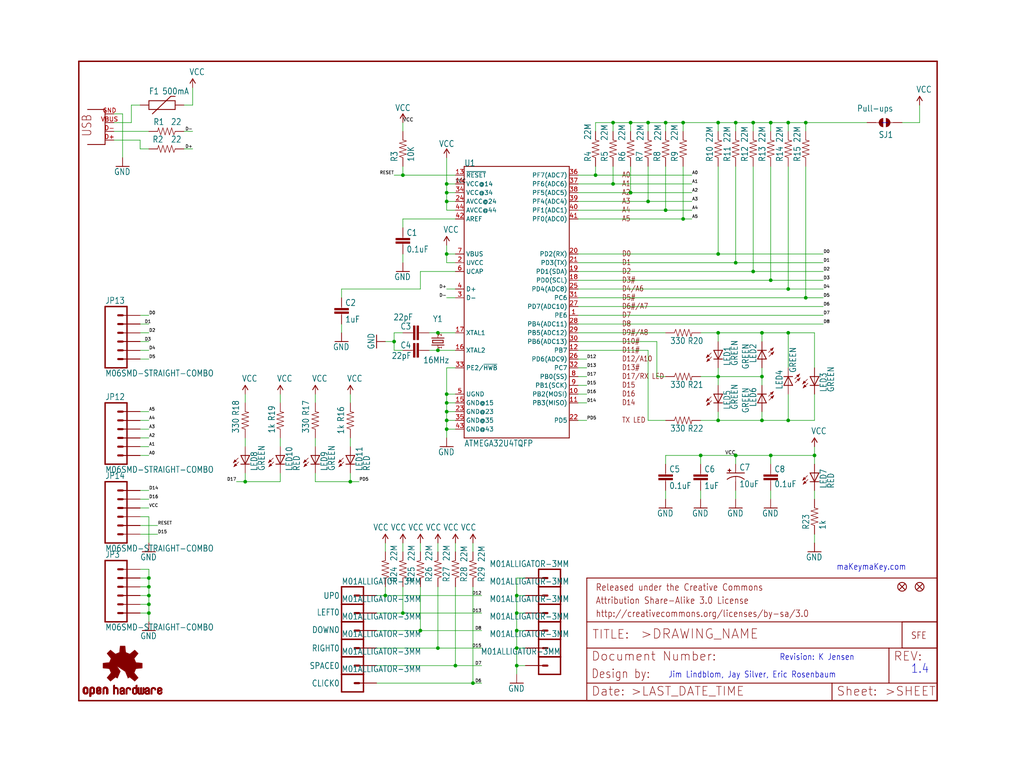
<source format=kicad_sch>
(kicad_sch (version 20211123) (generator eeschema)
  (paper "User" 297.002 223.926)
  (lib_symbols
    (symbol "eagleSchem-eagle-import:3.3V" (power)
      (property "Value" "3.3V" (at -1.016 3.556 0))
      (symbol "3.3V_1_0"
        (pin power_in line (at 0 0 90) (length 2.54) (name "3.3V") (number "1"))
      )
    )
    (symbol "eagleSchem-eagle-import:ATMEGA32U4TQFP"
      (property "Value" "ATMEGA32U4TQFP" (at -15.24 -43.18 0))
      (symbol "ATMEGA32U4TQFP_1_0"
        (text "A0" (at 30.48 34.798 0) (effects (font (size 1.524 1.2954)) (justify left bottom)))
        (text "A1" (at 30.48 32.258 0) (effects (font (size 1.524 1.2954)) (justify left bottom)))
        (text "A2" (at 30.48 29.718 0) (effects (font (size 1.524 1.2954)) (justify left bottom)))
        (text "A3" (at 30.48 27.178 0) (effects (font (size 1.524 1.2954)) (justify left bottom)))
        (text "A4" (at 30.48 24.638 0) (effects (font (size 1.524 1.2954)) (justify left bottom)))
        (text "A5" (at 30.48 22.098 0) (effects (font (size 1.524 1.2954)) (justify left bottom)))
        (text "D0" (at 30.48 11.938 0) (effects (font (size 1.524 1.2954)) (justify left bottom)))
        (text "D1" (at 30.48 9.398 0) (effects (font (size 1.524 1.2954)) (justify left bottom)))
        (text "D10#" (at 30.48 -13.462 0) (effects (font (size 1.524 1.2954)) (justify left bottom)))
        (text "D11#" (at 30.48 -16.002 0) (effects (font (size 1.524 1.2954)) (justify left bottom)))
        (text "D12/A10" (at 30.48 -18.542 0) (effects (font (size 1.524 1.2954)) (justify left bottom)))
        (text "D13#" (at 30.48 -21.082 0) (effects (font (size 1.524 1.2954)) (justify left bottom)))
        (text "D14" (at 30.48 -31.242 0) (effects (font (size 1.524 1.2954)) (justify left bottom)))
        (text "D15" (at 30.48 -26.162 0) (effects (font (size 1.524 1.2954)) (justify left bottom)))
        (text "D16" (at 30.48 -28.702 0) (effects (font (size 1.524 1.2954)) (justify left bottom)))
        (text "D17/RX LED" (at 30.48 -23.622 0) (effects (font (size 1.524 1.2954)) (justify left bottom)))
        (text "D2" (at 30.48 6.858 0) (effects (font (size 1.524 1.2954)) (justify left bottom)))
        (text "D3#" (at 30.48 4.318 0) (effects (font (size 1.524 1.2954)) (justify left bottom)))
        (text "D4/A6" (at 30.48 1.778 0) (effects (font (size 1.524 1.2954)) (justify left bottom)))
        (text "D5#" (at 30.48 -0.762 0) (effects (font (size 1.524 1.2954)) (justify left bottom)))
        (text "D6#/A7" (at 30.48 -3.302 0) (effects (font (size 1.524 1.2954)) (justify left bottom)))
        (text "D7" (at 30.48 -5.842 0) (effects (font (size 1.524 1.2954)) (justify left bottom)))
        (text "D8" (at 30.48 -8.382 0) (effects (font (size 1.524 1.2954)) (justify left bottom)))
        (text "D9#/A8" (at 30.48 -10.922 0) (effects (font (size 1.524 1.2954)) (justify left bottom)))
        (text "TX LED" (at 30.48 -36.322 0) (effects (font (size 1.524 1.2954)) (justify left bottom)))
        (pin bidirectional line (at 17.78 -5.08 180) (length 2.54) (name "PE6") (number "1"))
        (pin bidirectional line (at 17.78 -27.94 180) (length 2.54) (name "PB2(MOSI)") (number "10"))
        (pin bidirectional line (at 17.78 -30.48 180) (length 2.54) (name "PB3(MISO)") (number "11"))
        (pin bidirectional line (at 17.78 -15.24 180) (length 2.54) (name "PB7") (number "12"))
        (pin bidirectional line (at -17.78 35.56 0) (length 2.54) (name "~{RESET}") (number "13"))
        (pin bidirectional line (at -17.78 33.02 0) (length 2.54) (name "VCC@14") (number "14"))
        (pin bidirectional line (at -17.78 -30.48 0) (length 2.54) (name "GND@15") (number "15"))
        (pin bidirectional line (at -17.78 -15.24 0) (length 2.54) (name "XTAL2") (number "16"))
        (pin bidirectional line (at -17.78 -10.16 0) (length 2.54) (name "XTAL1") (number "17"))
        (pin bidirectional line (at 17.78 5.08 180) (length 2.54) (name "PD0(SCL)") (number "18"))
        (pin bidirectional line (at 17.78 7.62 180) (length 2.54) (name "PD1(SDA)") (number "19"))
        (pin bidirectional line (at -17.78 10.16 0) (length 2.54) (name "UVCC") (number "2"))
        (pin bidirectional line (at 17.78 12.7 180) (length 2.54) (name "PD2(RX)") (number "20"))
        (pin bidirectional line (at 17.78 10.16 180) (length 2.54) (name "PD3(TX)") (number "21"))
        (pin bidirectional line (at 17.78 -35.56 180) (length 2.54) (name "PD5") (number "22"))
        (pin bidirectional line (at -17.78 -33.02 0) (length 2.54) (name "GND@23") (number "23"))
        (pin bidirectional line (at -17.78 27.94 0) (length 2.54) (name "AVCC@24") (number "24"))
        (pin bidirectional line (at 17.78 2.54 180) (length 2.54) (name "PD4(ADC8)") (number "25"))
        (pin bidirectional line (at 17.78 -17.78 180) (length 2.54) (name "PD6(ADC9)") (number "26"))
        (pin bidirectional line (at 17.78 -2.54 180) (length 2.54) (name "PD7(ADC10)") (number "27"))
        (pin bidirectional line (at 17.78 -7.62 180) (length 2.54) (name "PB4(ADC11)") (number "28"))
        (pin bidirectional line (at 17.78 -10.16 180) (length 2.54) (name "PB5(ADC12)") (number "29"))
        (pin bidirectional line (at -17.78 0 0) (length 2.54) (name "D-") (number "3"))
        (pin bidirectional line (at 17.78 -12.7 180) (length 2.54) (name "PB6(ADC13)") (number "30"))
        (pin bidirectional line (at 17.78 0 180) (length 2.54) (name "PC6") (number "31"))
        (pin bidirectional line (at 17.78 -20.32 180) (length 2.54) (name "PC7") (number "32"))
        (pin bidirectional line (at -17.78 -20.32 0) (length 2.54) (name "PE2/~{HWB}") (number "33"))
        (pin bidirectional line (at -17.78 30.48 0) (length 2.54) (name "VCC@34") (number "34"))
        (pin bidirectional line (at -17.78 -35.56 0) (length 2.54) (name "GND@35") (number "35"))
        (pin bidirectional line (at 17.78 35.56 180) (length 2.54) (name "PF7(ADC7)") (number "36"))
        (pin bidirectional line (at 17.78 33.02 180) (length 2.54) (name "PF6(ADC6)") (number "37"))
        (pin bidirectional line (at 17.78 30.48 180) (length 2.54) (name "PF5(ADC5)") (number "38"))
        (pin bidirectional line (at 17.78 27.94 180) (length 2.54) (name "PF4(ADC4)") (number "39"))
        (pin bidirectional line (at -17.78 2.54 0) (length 2.54) (name "D+") (number "4"))
        (pin bidirectional line (at 17.78 25.4 180) (length 2.54) (name "PF1(ADC1)") (number "40"))
        (pin bidirectional line (at 17.78 22.86 180) (length 2.54) (name "PF0(ADC0)") (number "41"))
        (pin bidirectional line (at -17.78 22.86 0) (length 2.54) (name "AREF") (number "42"))
        (pin bidirectional line (at -17.78 -38.1 0) (length 2.54) (name "GND@43") (number "43"))
        (pin bidirectional line (at -17.78 25.4 0) (length 2.54) (name "AVCC@44") (number "44"))
        (pin bidirectional line (at -17.78 -27.94 0) (length 2.54) (name "UGND") (number "5"))
        (pin bidirectional line (at -17.78 7.62 0) (length 2.54) (name "UCAP") (number "6"))
        (pin bidirectional line (at -17.78 12.7 0) (length 2.54) (name "VBUS") (number "7"))
        (pin bidirectional line (at 17.78 -22.86 180) (length 2.54) (name "PB0(SS)") (number "8"))
        (pin bidirectional line (at 17.78 -25.4 180) (length 2.54) (name "PB1(SCK)") (number "9"))
      )
    )
    (symbol "eagleSchem-eagle-import:CAP0603-CAP"
      (property "Reference" "C" (at 1.524 2.921 0))
      (property "Value" "CAP0603-CAP" (at 1.524 -2.159 0))
      (symbol "CAP0603-CAP_1_0"
        (pin passive line (at 0 5.08 270) (length 2.54) (name "1") (number "1"))
        (pin passive line (at 0 -2.54 90) (length 2.54) (name "2") (number "2"))
      )
    )
    (symbol "eagleSchem-eagle-import:CAP_POL1206"
      (property "Reference" "C" (at 1.016 0.635 0))
      (property "Value" "CAP_POL1206" (at 1.016 -4.191 0))
      (symbol "CAP_POL1206_1_0"
        (pin passive line (at 0 2.54 270) (length 2.54) (name "+") (number "A"))
        (pin passive line (at 0 -5.08 90) (length 2.54) (name "-") (number "C"))
      )
    )
    (symbol "eagleSchem-eagle-import:CRYSTAL5X3"
      (property "Reference" "Y" (at 2.54 1.016 0))
      (property "Value" "CRYSTAL5X3" (at 2.54 -2.54 0))
      (symbol "CRYSTAL5X3_1_0"
        (text "1" (at -2.159 -1.143 0) (effects (font (size 0.8636 0.734)) (justify left bottom)))
        (text "2" (at 1.524 -1.143 0) (effects (font (size 0.8636 0.734)) (justify left bottom)))
        (pin passive line (at -2.54 0 0) (length 0) (name "1") (number "1"))
        (pin passive line (at 2.54 0 180) (length 0) (name "2") (number "3"))
      )
    )
    (symbol "eagleSchem-eagle-import:FIDUCIALUFIDUCIAL")
    (symbol "eagleSchem-eagle-import:FRAME-LETTER"
      (symbol "FRAME-LETTER_2_0"
        (text ">DRAWING_NAME" (at 15.494 17.78 0) (effects (font (size 2.7432 2.7432)) (justify left bottom)))
        (text ">LAST_DATE_TIME" (at 12.7 1.27 0) (effects (font (size 2.54 2.54)) (justify left bottom)))
        (text ">SHEET" (at 86.36 1.27 0) (effects (font (size 2.54 2.54)) (justify left bottom)))
        (text "Attribution Share-Alike 3.0 License" (at 2.54 27.94 0) (effects (font (size 1.9304 1.6408)) (justify left bottom)))
        (text "Date:" (at 1.27 1.27 0) (effects (font (size 2.54 2.54)) (justify left bottom)))
        (text "Design by:" (at 1.27 6.35 0) (effects (font (size 2.54 2.159)) (justify left bottom)))
        (text "Document Number:" (at 1.27 11.43 0) (effects (font (size 2.54 2.54)) (justify left bottom)))
        (text "http://creativecommons.org/licenses/by-sa/3.0" (at 2.54 24.13 0) (effects (font (size 1.9304 1.6408)) (justify left bottom)))
        (text "Released under the Creative Commons" (at 2.54 31.75 0) (effects (font (size 1.9304 1.6408)) (justify left bottom)))
        (text "REV:" (at 88.9 11.43 0) (effects (font (size 2.54 2.54)) (justify left bottom)))
        (text "Sheet:" (at 72.39 1.27 0) (effects (font (size 2.54 2.54)) (justify left bottom)))
        (text "TITLE:" (at 1.524 17.78 0) (effects (font (size 2.54 2.54)) (justify left bottom)))
      )
    )
    (symbol "eagleSchem-eagle-import:GND" (power)
      (property "Value" "GND" (at -2.54 -2.54 0))
      (symbol "GND_1_0"
        (pin power_in line (at 0 2.54 270) (length 2.54) (name "GND") (number "1"))
      )
    )
    (symbol "eagleSchem-eagle-import:LED0603"
      (property "Reference" "LED" (at 3.556 -4.572 90))
      (property "Value" "LED0603" (at 5.715 -4.572 90))
      (symbol "LED0603_1_0"
        (pin passive line (at 0 2.54 270) (length 2.54) (name "A") (number "A"))
        (pin passive line (at 0 -5.08 90) (length 2.54) (name "C") (number "C"))
      )
    )
    (symbol "eagleSchem-eagle-import:LED1206-BOTTOM"
      (property "Reference" "LED" (at 3.556 -4.572 90))
      (property "Value" "LED1206-BOTTOM" (at 5.715 -4.572 90))
      (symbol "LED1206-BOTTOM_1_0"
        (pin passive line (at 0 2.54 270) (length 2.54) (name "A") (number "A"))
        (pin passive line (at 0 -5.08 90) (length 2.54) (name "C") (number "C"))
      )
    )
    (symbol "eagleSchem-eagle-import:LOGO-SFENEW"
      (symbol "LOGO-SFENEW_1_0"
        (text "SFE" (at 0 0 0) (effects (font (size 1.9304 1.6408)) (justify left bottom)))
      )
    )
    (symbol "eagleSchem-eagle-import:M01ALLIGATOR-3MM"
      (property "Reference" "JP" (at -2.54 3.302 0))
      (property "Value" "M01ALLIGATOR-3MM" (at -2.54 -5.08 0))
      (symbol "M01ALLIGATOR-3MM_1_0"
        (pin passive line (at 7.62 0 180) (length 5.08) (name "1") (number "1@0"))
        (pin passive line (at 7.62 0 180) (length 5.08) (name "1") (number "1@2"))
      )
    )
    (symbol "eagleSchem-eagle-import:M06SMD-STRAIGHT-COMBO"
      (property "Reference" "JP" (at -5.08 10.922 0))
      (property "Value" "M06SMD-STRAIGHT-COMBO" (at -5.08 -10.16 0))
      (symbol "M06SMD-STRAIGHT-COMBO_1_0"
        (pin passive line (at 5.08 -5.08 180) (length 5.08) (name "1") (number "1"))
        (pin passive line (at 5.08 -5.08 180) (length 5.08) (name "1") (number "1-2"))
        (pin passive line (at 5.08 -2.54 180) (length 5.08) (name "2") (number "2"))
        (pin passive line (at 5.08 -2.54 180) (length 5.08) (name "2") (number "2-2"))
        (pin passive line (at 5.08 0 180) (length 5.08) (name "3") (number "3"))
        (pin passive line (at 5.08 0 180) (length 5.08) (name "3") (number "3-2"))
        (pin passive line (at 5.08 2.54 180) (length 5.08) (name "4") (number "4"))
        (pin passive line (at 5.08 2.54 180) (length 5.08) (name "4") (number "4-2"))
        (pin passive line (at 5.08 5.08 180) (length 5.08) (name "5") (number "5"))
        (pin passive line (at 5.08 5.08 180) (length 5.08) (name "5") (number "5-2"))
        (pin passive line (at 5.08 7.62 180) (length 5.08) (name "6") (number "6"))
        (pin passive line (at 5.08 7.62 180) (length 5.08) (name "6") (number "6-2"))
      )
    )
    (symbol "eagleSchem-eagle-import:OSHW-LOGOM")
    (symbol "eagleSchem-eagle-import:PTCSMD-W"
      (property "Reference" "F" (at -2.54 3.048 0))
      (property "Value" "PTCSMD-W" (at -3.302 -5.08 0))
      (symbol "PTCSMD-W_1_0"
        (pin bidirectional line (at -5.08 0 0) (length 2.54) (name "1") (number "1"))
        (pin bidirectional line (at 7.62 0 180) (length 2.54) (name "2") (number "2"))
      )
    )
    (symbol "eagleSchem-eagle-import:RESISTOR0603-RES"
      (property "Reference" "R" (at -3.81 1.4986 0))
      (property "Value" "RESISTOR0603-RES" (at -3.81 -3.302 0))
      (symbol "RESISTOR0603-RES_1_0"
        (pin passive line (at -5.08 0 0) (length 2.54) (name "1") (number "1"))
        (pin passive line (at 5.08 0 180) (length 2.54) (name "2") (number "2"))
      )
    )
    (symbol "eagleSchem-eagle-import:SOLDERJUMPER-OLDTRACE"
      (property "Reference" "SJ" (at -2.54 2.54 0))
      (property "Value" "SOLDERJUMPER-OLDTRACE" (at -2.54 -5.08 0))
      (symbol "SOLDERJUMPER-OLDTRACE_1_0"
        (pin passive line (at -5.08 0 0) (length 2.54) (name "1") (number "1"))
        (pin passive line (at 5.08 0 180) (length 2.54) (name "2") (number "2"))
      )
    )
    (symbol "eagleSchem-eagle-import:USBSMD"
      (symbol "USBSMD_1_0"
        (text "USB" (at 3.81 0 900) (effects (font (size 2.54 2.159)) (justify left bottom)))
        (pin bidirectional line (at -2.54 7.62 0) (length 2.54) (name "D+") (number "D+"))
        (pin bidirectional line (at -2.54 5.08 0) (length 2.54) (name "D-") (number "D-"))
        (pin bidirectional line (at -2.54 0 0) (length 2.54) (name "GND") (number "GND"))
        (pin bidirectional line (at -2.54 2.54 0) (length 2.54) (name "VBUS") (number "VBUS"))
      )
    )
    (symbol "eagleSchem-eagle-import:VCC" (power)
      (property "Value" "VCC" (at -1.016 3.556 0))
      (symbol "VCC_1_0"
        (pin power_in line (at 0 0 90) (length 2.54) (name "VCC") (number "1"))
      )
    )
  )
  (junction (at 187.96 35.56))
  (junction (at 177.8 53.34))
  (junction (at 43.18 177.8))
  (junction (at 187.96 58.42))
  (junction (at 43.18 170.18))
  (junction (at 149.86 193.04))
  (junction (at 228.6 121.92))
  (junction (at 182.88 55.88))
  (junction (at 223.52 35.56))
  (junction (at 228.6 96.52))
  (junction (at 137.16 198.12))
  (junction (at 116.84 50.8))
  (junction (at 203.2 132.08))
  (junction (at 213.36 35.56))
  (junction (at 149.86 172.72))
  (junction (at 101.6 139.7))
  (junction (at 43.18 172.72))
  (junction (at 129.54 121.92))
  (junction (at 182.88 35.56))
  (junction (at 129.54 114.3))
  (junction (at 114.3 99.06))
  (junction (at 236.22 132.08))
  (junction (at 127 187.96))
  (junction (at 129.54 53.34))
  (junction (at 218.44 35.56))
  (junction (at 43.18 167.64))
  (junction (at 127 101.6))
  (junction (at 177.8 35.56))
  (junction (at 129.54 116.84))
  (junction (at 193.04 60.96))
  (junction (at 132.08 193.04))
  (junction (at 233.68 86.36))
  (junction (at 149.86 177.8))
  (junction (at 220.98 96.52))
  (junction (at 127 96.52))
  (junction (at 172.72 50.8))
  (junction (at 129.54 55.88))
  (junction (at 208.28 109.22))
  (junction (at 228.6 35.56))
  (junction (at 129.54 124.46))
  (junction (at 213.36 76.2))
  (junction (at 208.28 96.52))
  (junction (at 129.54 119.38))
  (junction (at 228.6 83.82))
  (junction (at 208.28 35.56))
  (junction (at 43.18 175.26))
  (junction (at 129.54 58.42))
  (junction (at 198.12 63.5))
  (junction (at 71.12 139.7))
  (junction (at 111.76 172.72))
  (junction (at 233.68 35.56))
  (junction (at 218.44 78.74))
  (junction (at 220.98 109.22))
  (junction (at 121.92 182.88))
  (junction (at 213.36 132.08))
  (junction (at 208.28 73.66))
  (junction (at 223.52 132.08))
  (junction (at 116.84 177.8))
  (junction (at 149.86 182.88))
  (junction (at 198.12 35.56))
  (junction (at 193.04 35.56))
  (junction (at 220.98 121.92))
  (junction (at 223.52 81.28))
  (junction (at 149.86 187.96))
  (junction (at 129.54 73.66))
  (junction (at 208.28 121.92))
  (wire (pts (xy 187.96 101.6) (xy 187.96 121.92)))
  (wire (pts (xy 132.08 96.52) (xy 127 96.52)))
  (wire (pts (xy 129.54 73.66) (xy 129.54 71.12)))
  (wire (pts (xy 177.8 53.34) (xy 177.8 48.26)))
  (wire (pts (xy 228.6 106.68) (xy 228.6 96.52)))
  (wire (pts (xy 167.64 109.22) (xy 170.18 109.22)))
  (wire (pts (xy 228.6 114.3) (xy 228.6 121.92)))
  (wire (pts (xy 236.22 134.62) (xy 236.22 132.08)))
  (wire (pts (xy 220.98 99.06) (xy 220.98 96.52)))
  (wire (pts (xy 129.54 121.92) (xy 129.54 124.46)))
  (wire (pts (xy 213.36 76.2) (xy 238.76 76.2)))
  (wire (pts (xy 40.64 167.64) (xy 43.18 167.64)))
  (wire (pts (xy 101.6 139.7) (xy 104.14 139.7)))
  (wire (pts (xy 187.96 121.92) (xy 193.04 121.92)))
  (wire (pts (xy 91.44 114.3) (xy 91.44 116.84)))
  (wire (pts (xy 236.22 154.94) (xy 236.22 157.48)))
  (wire (pts (xy 213.36 144.78) (xy 213.36 142.24)))
  (wire (pts (xy 40.64 121.92) (xy 43.18 121.92)))
  (wire (pts (xy 172.72 38.1) (xy 172.72 35.56)))
  (wire (pts (xy 203.2 142.24) (xy 203.2 144.78)))
  (wire (pts (xy 132.08 121.92) (xy 129.54 121.92)))
  (wire (pts (xy 111.76 172.72) (xy 111.76 170.18)))
  (wire (pts (xy 33.02 40.64) (xy 40.64 40.64)))
  (wire (pts (xy 53.34 43.18) (xy 55.88 43.18)))
  (wire (pts (xy 53.34 38.1) (xy 55.88 38.1)))
  (wire (pts (xy 132.08 101.6) (xy 127 101.6)))
  (wire (pts (xy 116.84 76.2) (xy 116.84 73.66)))
  (wire (pts (xy 223.52 134.62) (xy 223.52 132.08)))
  (wire (pts (xy 236.22 142.24) (xy 236.22 144.78)))
  (wire (pts (xy 114.3 96.52) (xy 114.3 99.06)))
  (wire (pts (xy 208.28 96.52) (xy 203.2 96.52)))
  (wire (pts (xy 182.88 55.88) (xy 200.66 55.88)))
  (wire (pts (xy 121.92 182.88) (xy 139.7 182.88)))
  (wire (pts (xy 114.3 99.06) (xy 114.3 101.6)))
  (wire (pts (xy 236.22 132.08) (xy 236.22 129.54)))
  (wire (pts (xy 233.68 38.1) (xy 233.68 35.56)))
  (wire (pts (xy 109.22 198.12) (xy 137.16 198.12)))
  (wire (pts (xy 116.84 177.8) (xy 116.84 170.18)))
  (wire (pts (xy 261.62 35.56) (xy 266.7 35.56)))
  (wire (pts (xy 167.64 55.88) (xy 182.88 55.88)))
  (wire (pts (xy 228.6 96.52) (xy 220.98 96.52)))
  (wire (pts (xy 190.5 99.06) (xy 190.5 109.22)))
  (wire (pts (xy 101.6 114.3) (xy 101.6 116.84)))
  (wire (pts (xy 71.12 137.16) (xy 71.12 139.7)))
  (wire (pts (xy 40.64 142.24) (xy 43.18 142.24)))
  (wire (pts (xy 208.28 119.38) (xy 208.28 121.92)))
  (wire (pts (xy 152.4 187.96) (xy 149.86 187.96)))
  (wire (pts (xy 43.18 165.1) (xy 43.18 167.64)))
  (wire (pts (xy 213.36 132.08) (xy 223.52 132.08)))
  (wire (pts (xy 121.92 83.82) (xy 99.06 83.82)))
  (wire (pts (xy 71.12 139.7) (xy 68.58 139.7)))
  (wire (pts (xy 152.4 172.72) (xy 149.86 172.72)))
  (wire (pts (xy 127 187.96) (xy 139.7 187.96)))
  (wire (pts (xy 152.4 177.8) (xy 149.86 177.8)))
  (wire (pts (xy 193.04 144.78) (xy 193.04 142.24)))
  (wire (pts (xy 40.64 132.08) (xy 43.18 132.08)))
  (wire (pts (xy 228.6 83.82) (xy 228.6 48.26)))
  (wire (pts (xy 132.08 55.88) (xy 129.54 55.88)))
  (wire (pts (xy 167.64 86.36) (xy 233.68 86.36)))
  (wire (pts (xy 116.84 63.5) (xy 116.84 66.04)))
  (wire (pts (xy 182.88 35.56) (xy 187.96 35.56)))
  (wire (pts (xy 218.44 38.1) (xy 218.44 35.56)))
  (wire (pts (xy 129.54 114.3) (xy 129.54 116.84)))
  (wire (pts (xy 220.98 106.68) (xy 220.98 109.22)))
  (wire (pts (xy 193.04 132.08) (xy 203.2 132.08)))
  (wire (pts (xy 236.22 114.3) (xy 236.22 121.92)))
  (wire (pts (xy 213.36 38.1) (xy 213.36 35.56)))
  (wire (pts (xy 127 187.96) (xy 127 170.18)))
  (wire (pts (xy 198.12 63.5) (xy 200.66 63.5)))
  (wire (pts (xy 81.28 129.54) (xy 81.28 127)))
  (wire (pts (xy 137.16 157.48) (xy 137.16 160.02)))
  (wire (pts (xy 116.84 96.52) (xy 114.3 96.52)))
  (wire (pts (xy 116.84 50.8) (xy 114.3 50.8)))
  (wire (pts (xy 109.22 193.04) (xy 132.08 193.04)))
  (wire (pts (xy 127 101.6) (xy 124.46 101.6)))
  (wire (pts (xy 251.46 35.56) (xy 233.68 35.56)))
  (wire (pts (xy 167.64 91.44) (xy 238.76 91.44)))
  (wire (pts (xy 91.44 137.16) (xy 91.44 139.7)))
  (wire (pts (xy 132.08 76.2) (xy 129.54 76.2)))
  (wire (pts (xy 218.44 35.56) (xy 213.36 35.56)))
  (wire (pts (xy 187.96 35.56) (xy 193.04 35.56)))
  (wire (pts (xy 193.04 134.62) (xy 193.04 132.08)))
  (wire (pts (xy 101.6 129.54) (xy 101.6 127)))
  (wire (pts (xy 43.18 177.8) (xy 43.18 180.34)))
  (wire (pts (xy 99.06 83.82) (xy 99.06 86.36)))
  (wire (pts (xy 40.64 177.8) (xy 43.18 177.8)))
  (wire (pts (xy 167.64 78.74) (xy 218.44 78.74)))
  (wire (pts (xy 40.64 119.38) (xy 43.18 119.38)))
  (wire (pts (xy 109.22 172.72) (xy 111.76 172.72)))
  (wire (pts (xy 129.54 106.68) (xy 129.54 114.3)))
  (wire (pts (xy 172.72 35.56) (xy 177.8 35.56)))
  (wire (pts (xy 43.18 170.18) (xy 43.18 172.72)))
  (wire (pts (xy 55.88 30.48) (xy 55.88 25.4)))
  (wire (pts (xy 193.04 35.56) (xy 198.12 35.56)))
  (wire (pts (xy 111.76 172.72) (xy 139.7 172.72)))
  (wire (pts (xy 177.8 35.56) (xy 182.88 35.56)))
  (wire (pts (xy 223.52 38.1) (xy 223.52 35.56)))
  (wire (pts (xy 167.64 73.66) (xy 208.28 73.66)))
  (wire (pts (xy 132.08 60.96) (xy 129.54 60.96)))
  (wire (pts (xy 129.54 53.34) (xy 129.54 45.72)))
  (wire (pts (xy 132.08 53.34) (xy 129.54 53.34)))
  (wire (pts (xy 40.64 104.14) (xy 43.18 104.14)))
  (wire (pts (xy 132.08 193.04) (xy 132.08 170.18)))
  (wire (pts (xy 236.22 106.68) (xy 236.22 96.52)))
  (wire (pts (xy 228.6 121.92) (xy 220.98 121.92)))
  (wire (pts (xy 116.84 177.8) (xy 139.7 177.8)))
  (wire (pts (xy 167.64 63.5) (xy 198.12 63.5)))
  (wire (pts (xy 172.72 50.8) (xy 200.66 50.8)))
  (wire (pts (xy 218.44 78.74) (xy 238.76 78.74)))
  (wire (pts (xy 167.64 114.3) (xy 170.18 114.3)))
  (wire (pts (xy 81.28 137.16) (xy 81.28 139.7)))
  (wire (pts (xy 167.64 99.06) (xy 190.5 99.06)))
  (wire (pts (xy 40.64 154.94) (xy 45.72 154.94)))
  (wire (pts (xy 223.52 81.28) (xy 223.52 48.26)))
  (wire (pts (xy 187.96 58.42) (xy 200.66 58.42)))
  (wire (pts (xy 208.28 109.22) (xy 208.28 111.76)))
  (wire (pts (xy 40.64 40.64) (xy 40.64 43.18)))
  (wire (pts (xy 167.64 81.28) (xy 223.52 81.28)))
  (wire (pts (xy 43.18 175.26) (xy 43.18 177.8)))
  (wire (pts (xy 182.88 38.1) (xy 182.88 35.56)))
  (wire (pts (xy 132.08 106.68) (xy 129.54 106.68)))
  (wire (pts (xy 116.84 48.26) (xy 116.84 50.8)))
  (wire (pts (xy 40.64 124.46) (xy 43.18 124.46)))
  (wire (pts (xy 129.54 124.46) (xy 129.54 127)))
  (wire (pts (xy 208.28 99.06) (xy 208.28 96.52)))
  (wire (pts (xy 187.96 38.1) (xy 187.96 35.56)))
  (wire (pts (xy 223.52 144.78) (xy 223.52 142.24)))
  (wire (pts (xy 223.52 132.08) (xy 236.22 132.08)))
  (wire (pts (xy 149.86 187.96) (xy 149.86 193.04)))
  (wire (pts (xy 203.2 132.08) (xy 203.2 134.62)))
  (wire (pts (xy 187.96 58.42) (xy 187.96 48.26)))
  (wire (pts (xy 116.84 157.48) (xy 116.84 160.02)))
  (wire (pts (xy 40.64 101.6) (xy 43.18 101.6)))
  (wire (pts (xy 91.44 129.54) (xy 91.44 127)))
  (wire (pts (xy 190.5 109.22) (xy 193.04 109.22)))
  (wire (pts (xy 35.56 33.02) (xy 35.56 45.72)))
  (wire (pts (xy 208.28 38.1) (xy 208.28 35.56)))
  (wire (pts (xy 137.16 198.12) (xy 137.16 170.18)))
  (wire (pts (xy 129.54 58.42) (xy 129.54 55.88)))
  (wire (pts (xy 116.84 35.56) (xy 116.84 38.1)))
  (wire (pts (xy 127 96.52) (xy 124.46 96.52)))
  (wire (pts (xy 167.64 60.96) (xy 193.04 60.96)))
  (wire (pts (xy 71.12 129.54) (xy 71.12 127)))
  (wire (pts (xy 132.08 193.04) (xy 139.7 193.04)))
  (wire (pts (xy 149.86 172.72) (xy 149.86 177.8)))
  (wire (pts (xy 167.64 104.14) (xy 170.18 104.14)))
  (wire (pts (xy 40.64 175.26) (xy 43.18 175.26)))
  (wire (pts (xy 149.86 182.88) (xy 149.86 187.96)))
  (wire (pts (xy 40.64 170.18) (xy 43.18 170.18)))
  (wire (pts (xy 40.64 172.72) (xy 43.18 172.72)))
  (wire (pts (xy 43.18 167.64) (xy 43.18 170.18)))
  (wire (pts (xy 172.72 50.8) (xy 172.72 48.26)))
  (wire (pts (xy 121.92 182.88) (xy 121.92 170.18)))
  (wire (pts (xy 81.28 114.3) (xy 81.28 116.84)))
  (wire (pts (xy 167.64 101.6) (xy 187.96 101.6)))
  (wire (pts (xy 43.18 172.72) (xy 43.18 175.26)))
  (wire (pts (xy 220.98 96.52) (xy 208.28 96.52)))
  (wire (pts (xy 91.44 139.7) (xy 101.6 139.7)))
  (wire (pts (xy 121.92 78.74) (xy 121.92 83.82)))
  (wire (pts (xy 233.68 86.36) (xy 238.76 86.36)))
  (wire (pts (xy 132.08 124.46) (xy 129.54 124.46)))
  (wire (pts (xy 40.64 144.78) (xy 43.18 144.78)))
  (wire (pts (xy 40.64 165.1) (xy 43.18 165.1)))
  (wire (pts (xy 208.28 35.56) (xy 198.12 35.56)))
  (wire (pts (xy 208.28 73.66) (xy 238.76 73.66)))
  (wire (pts (xy 33.02 35.56) (xy 38.1 35.56)))
  (wire (pts (xy 220.98 109.22) (xy 208.28 109.22)))
  (wire (pts (xy 129.54 119.38) (xy 129.54 121.92)))
  (wire (pts (xy 218.44 78.74) (xy 218.44 48.26)))
  (wire (pts (xy 132.08 83.82) (xy 129.54 83.82)))
  (wire (pts (xy 167.64 76.2) (xy 213.36 76.2)))
  (wire (pts (xy 38.1 30.48) (xy 40.64 30.48)))
  (wire (pts (xy 167.64 93.98) (xy 238.76 93.98)))
  (wire (pts (xy 152.4 193.04) (xy 149.86 193.04)))
  (wire (pts (xy 220.98 119.38) (xy 220.98 121.92)))
  (wire (pts (xy 116.84 101.6) (xy 114.3 101.6)))
  (wire (pts (xy 193.04 60.96) (xy 200.66 60.96)))
  (wire (pts (xy 208.28 106.68) (xy 208.28 109.22)))
  (wire (pts (xy 177.8 38.1) (xy 177.8 35.56)))
  (wire (pts (xy 40.64 152.4) (xy 45.72 152.4)))
  (wire (pts (xy 38.1 35.56) (xy 38.1 30.48)))
  (wire (pts (xy 129.54 116.84) (xy 129.54 119.38)))
  (wire (pts (xy 132.08 63.5) (xy 116.84 63.5)))
  (wire (pts (xy 213.36 132.08) (xy 213.36 134.62)))
  (wire (pts (xy 81.28 139.7) (xy 71.12 139.7)))
  (wire (pts (xy 149.86 193.04) (xy 149.86 195.58)))
  (wire (pts (xy 132.08 78.74) (xy 121.92 78.74)))
  (wire (pts (xy 132.08 157.48) (xy 132.08 160.02)))
  (wire (pts (xy 33.02 33.02) (xy 35.56 33.02)))
  (wire (pts (xy 203.2 132.08) (xy 213.36 132.08)))
  (wire (pts (xy 137.16 198.12) (xy 139.7 198.12)))
  (wire (pts (xy 236.22 121.92) (xy 228.6 121.92)))
  (wire (pts (xy 213.36 76.2) (xy 213.36 48.26)))
  (wire (pts (xy 167.64 111.76) (xy 170.18 111.76)))
  (wire (pts (xy 99.06 96.52) (xy 99.06 93.98)))
  (wire (pts (xy 228.6 38.1) (xy 228.6 35.56)))
  (wire (pts (xy 127 157.48) (xy 127 160.02)))
  (wire (pts (xy 220.98 121.92) (xy 208.28 121.92)))
  (wire (pts (xy 223.52 81.28) (xy 238.76 81.28)))
  (wire (pts (xy 198.12 35.56) (xy 198.12 38.1)))
  (wire (pts (xy 33.02 38.1) (xy 43.18 38.1)))
  (wire (pts (xy 198.12 63.5) (xy 198.12 48.26)))
  (wire (pts (xy 129.54 60.96) (xy 129.54 58.42)))
  (wire (pts (xy 101.6 137.16) (xy 101.6 139.7)))
  (wire (pts (xy 167.64 88.9) (xy 238.76 88.9)))
  (wire (pts (xy 228.6 35.56) (xy 223.52 35.56)))
  (wire (pts (xy 109.22 177.8) (xy 116.84 177.8)))
  (wire (pts (xy 167.64 50.8) (xy 172.72 50.8)))
  (wire (pts (xy 40.64 96.52) (xy 43.18 96.52)))
  (wire (pts (xy 132.08 86.36) (xy 129.54 86.36)))
  (wire (pts (xy 152.4 182.88) (xy 149.86 182.88)))
  (wire (pts (xy 149.86 177.8) (xy 149.86 182.88)))
  (wire (pts (xy 193.04 38.1) (xy 193.04 35.56)))
  (wire (pts (xy 177.8 53.34) (xy 200.66 53.34)))
  (wire (pts (xy 167.64 121.92) (xy 170.18 121.92)))
  (wire (pts (xy 40.64 43.18) (xy 43.18 43.18)))
  (wire (pts (xy 40.64 127) (xy 43.18 127)))
  (wire (pts (xy 129.54 55.88) (xy 129.54 53.34)))
  (wire (pts (xy 223.52 35.56) (xy 218.44 35.56)))
  (wire (pts (xy 167.64 83.82) (xy 228.6 83.82)))
  (wire (pts (xy 121.92 157.48) (xy 121.92 160.02)))
  (wire (pts (xy 109.22 182.88) (xy 121.92 182.88)))
  (wire (pts (xy 167.64 96.52) (xy 193.04 96.52)))
  (wire (pts (xy 152.4 167.64) (xy 149.86 167.64)))
  (wire (pts (xy 132.08 73.66) (xy 129.54 73.66)))
  (wire (pts (xy 40.64 99.06) (xy 43.18 99.06)))
  (wire (pts (xy 132.08 116.84) (xy 129.54 116.84)))
  (wire (pts (xy 167.64 106.68) (xy 170.18 106.68)))
  (wire (pts (xy 220.98 109.22) (xy 220.98 111.76)))
  (wire (pts (xy 167.64 53.34) (xy 177.8 53.34)))
  (wire (pts (xy 132.08 119.38) (xy 129.54 119.38)))
  (wire (pts (xy 40.64 91.44) (xy 43.18 91.44)))
  (wire (pts (xy 208.28 73.66) (xy 208.28 48.26)))
  (wire (pts (xy 167.64 116.84) (xy 170.18 116.84)))
  (wire (pts (xy 208.28 109.22) (xy 203.2 109.22)))
  (wire (pts (xy 213.36 35.56) (xy 208.28 35.56)))
  (wire (pts (xy 40.64 147.32) (xy 43.18 147.32)))
  (wire (pts (xy 233.68 86.36) (xy 233.68 48.26)))
  (wire (pts (xy 40.64 149.86) (xy 43.18 149.86)))
  (wire (pts (xy 167.64 58.42) (xy 187.96 58.42)))
  (wire (pts (xy 233.68 35.56) (xy 228.6 35.56)))
  (wire (pts (xy 193.04 60.96) (xy 193.04 48.26)))
  (polyline (pts (xy 255.778 35.56) (xy 257.556 35.56)))
  (wire (pts (xy 40.64 129.54) (xy 43.18 129.54)))
  (wire (pts (xy 43.18 149.86) (xy 43.18 157.48)))
  (wire (pts (xy 109.22 187.96) (xy 127 187.96)))
  (wire (pts (xy 208.28 121.92) (xy 203.2 121.92)))
  (wire (pts (xy 182.88 55.88) (xy 182.88 48.26)))
  (wire (pts (xy 236.22 96.52) (xy 228.6 96.52)))
  (wire (pts (xy 40.64 93.98) (xy 43.18 93.98)))
  (wire (pts (xy 111.76 99.06) (xy 114.3 99.06)))
  (wire (pts (xy 132.08 50.8) (xy 116.84 50.8)))
  (wire (pts (xy 149.86 167.64) (xy 149.86 172.72)))
  (wire (pts (xy 228.6 83.82) (xy 238.76 83.82)))
  (wire (pts (xy 132.08 114.3) (xy 129.54 114.3)))
  (wire (pts (xy 129.54 76.2) (xy 129.54 73.66)))
  (wire (pts (xy 111.76 157.48) (xy 111.76 160.02)))
  (wire (pts (xy 266.7 35.56) (xy 266.7 30.48)))
  (wire (pts (xy 53.34 30.48) (xy 55.88 30.48)))
  (wire (pts (xy 71.12 114.3) (xy 71.12 116.84)))
  (wire (pts (xy 132.08 58.42) (xy 129.54 58.42)))
  (text "1.4" (at 264.16 195.58 180) (effects (font (size 2.54 2.159)) (justify left bottom)))
  (text "Revision: K Jensen" (at 226.06 191.77 180) (effects (font (size 1.778 1.5113)) (justify left bottom)))
  (text "maKeymaKey.com" (at 242.57 165.608 180) (effects (font (size 1.778 1.5113)) (justify left bottom)))
  (text "Jim Lindblom, Jay Silver, Eric Rosenbaum" (at 193.802 196.85 180) (effects (font (size 1.778 1.5113)) (justify left bottom)))
  (label "D6" (at 139.7 198.12 180) (effects (font (size 0.889 0.889))))
  (label "D12" (at 139.7 172.72 180) (effects (font (size 0.889 0.889))))
  (label "A3" (at 200.66 58.42 0) (effects (font (size 0.889 0.889))))
  (label "D12" (at 170.18 104.14 0) (effects (font (size 0.889 0.889))))
  (label "PD5" (at 170.18 121.92 0) (effects (font (size 0.889 0.889))))
  (label "VCC" (at 43.18 147.32 0) (effects (font (size 0.889 0.889))))
  (label "D17" (at 170.18 109.22 0) (effects (font (size 0.889 0.889))))
  (label "D16" (at 170.18 114.3 0) (effects (font (size 0.889 0.889))))
  (label "D13" (at 139.7 177.8 180) (effects (font (size 0.889 0.889))))
  (label "D7" (at 139.7 193.04 180) (effects (font (size 0.889 0.889))))
  (label "D5" (at 238.76 86.36 0) (effects (font (size 0.889 0.889))))
  (label "D17" (at 68.58 139.7 180) (effects (font (size 0.889 0.889))))
  (label "D8" (at 139.7 182.88 180) (effects (font (size 0.889 0.889))))
  (label "RESET" (at 114.3 50.8 180) (effects (font (size 0.889 0.889))))
  (label "A5" (at 200.66 63.5 0) (effects (font (size 0.889 0.889))))
  (label "A1" (at 200.66 53.34 0) (effects (font (size 0.889 0.889))))
  (label "VCC" (at 132.08 53.34 0) (effects (font (size 1.016 1.016))))
  (label "D-" (at 55.88 38.1 180) (effects (font (size 0.889 0.889))))
  (label "RESET" (at 45.72 152.4 0) (effects (font (size 0.889 0.889))))
  (label "A0" (at 200.66 50.8 0) (effects (font (size 0.889 0.889))))
  (label "D4" (at 43.18 101.6 0) (effects (font (size 0.889 0.889))))
  (label "D15" (at 170.18 111.76 0) (effects (font (size 0.889 0.889))))
  (label "D3" (at 41.91 99.06 0) (effects (font (size 0.889 0.889))))
  (label "A1" (at 43.18 129.54 0) (effects (font (size 0.889 0.889))))
  (label "D+" (at 129.54 83.82 180) (effects (font (size 0.889 0.889))))
  (label "D7" (at 238.76 91.44 0) (effects (font (size 0.889 0.889))))
  (label "D13" (at 170.18 106.68 0) (effects (font (size 0.889 0.889))))
  (label "D15" (at 45.72 154.94 0) (effects (font (size 0.889 0.889))))
  (label "PD5" (at 104.14 139.7 0) (effects (font (size 0.889 0.889))))
  (label "D0" (at 238.76 73.66 0) (effects (font (size 0.889 0.889))))
  (label "D14" (at 43.18 142.24 0) (effects (font (size 0.889 0.889))))
  (label "D16" (at 43.18 144.78 0) (effects (font (size 0.889 0.889))))
  (label "D4" (at 238.76 83.82 0) (effects (font (size 0.889 0.889))))
  (label "D-" (at 129.54 86.36 180) (effects (font (size 0.889 0.889))))
  (label "A4" (at 200.66 60.96 0) (effects (font (size 0.889 0.889))))
  (label "D5" (at 43.18 104.14 0) (effects (font (size 0.889 0.889))))
  (label "D1" (at 41.91 93.98 0) (effects (font (size 0.889 0.889))))
  (label "D14" (at 170.18 116.84 0) (effects (font (size 0.889 0.889))))
  (label "D+" (at 55.88 43.18 180) (effects (font (size 0.889 0.889))))
  (label "D2" (at 43.18 96.52 0) (effects (font (size 0.889 0.889))))
  (label "A0" (at 43.18 132.08 0) (effects (font (size 0.889 0.889))))
  (label "VCC" (at 116.84 35.56 0) (effects (font (size 1.016 1.016))))
  (label "D3" (at 238.76 81.28 0) (effects (font (size 0.889 0.889))))
  (label "D15" (at 139.7 187.96 180) (effects (font (size 0.889 0.889))))
  (label "A5" (at 43.18 119.38 0) (effects (font (size 0.889 0.889))))
  (label "A2" (at 43.18 127 0) (effects (font (size 0.889 0.889))))
  (label "D6" (at 238.76 88.9 0) (effects (font (size 0.889 0.889))))
  (label "VCC" (at 213.36 132.08 180) (effects (font (size 1.016 1.016))))
  (label "D0" (at 43.18 91.44 0) (effects (font (size 0.889 0.889))))
  (label "A3" (at 43.18 124.46 0) (effects (font (size 0.889 0.889))))
  (label "D8" (at 238.76 93.98 0) (effects (font (size 0.889 0.889))))
  (label "D1" (at 238.76 76.2 0) (effects (font (size 0.889 0.889))))
  (label "A4" (at 43.18 121.92 0) (effects (font (size 0.889 0.889))))
  (label "D2" (at 238.76 78.74 0) (effects (font (size 0.889 0.889))))
  (label "A2" (at 200.66 55.88 0) (effects (font (size 0.889 0.889))))
  (symbol (lib_id "eagleSchem-eagle-import:LOGO-SFENEW") (at 264.16 185.42 0) (unit 1)
    (property "Reference" "JP9" (effects hide))
    (property "Value" "LOGO-SFENEW" (effects hide))
    (property "Footprint" "eagleSchem:SFE-NEW-WEBLOGO" (effects hide))
  )
  (symbol (lib_id "eagleSchem-eagle-import:RESISTOR0603-RES") (at 223.52 43.18 90) (unit 1)
    (property "Reference" "R13" (at 222.0214 46.99 0) (effects (font (size 1.778 1.5113)) (justify left bottom)))
    (property "Value" "22M" (at 221.996 41.402 0) (effects (font (size 1.778 1.5113)) (justify left bottom)))
    (property "Footprint" "eagleSchem:0603-RES" (effects hide))
  )
  (symbol (lib_id "eagleSchem-eagle-import:CAP0603-CAP") (at 99.06 88.9 180) (unit 1)
    (property "Reference" "C2" (at 100.076 88.773 0) (effects (font (size 1.778 1.5113)) (justify right top)))
    (property "Value" "1uF" (at 100.076 93.599 0) (effects (font (size 1.778 1.5113)) (justify right top)))
    (property "Footprint" "eagleSchem:0603-CAP" (effects hide))
  )
  (symbol (lib_id "eagleSchem-eagle-import:M01ALLIGATOR-3MM") (at 101.6 172.72 0) (mirror x) (unit 1)
    (property "Reference" "UP0" (at 98.552 173.736 0) (effects (font (size 1.778 1.5113)) (justify right top)))
    (property "Value" "M01ALLIGATOR-3MM" (at 99.06 167.64 0) (effects (font (size 1.778 1.5113)) (justify left bottom)))
    (property "Footprint" "eagleSchem:1X01_ALLIGATOR_3MM" (effects hide))
  )
  (symbol (lib_id "eagleSchem-eagle-import:RESISTOR0603-RES") (at 182.88 43.18 90) (unit 1)
    (property "Reference" "R6" (at 181.3814 46.99 0) (effects (font (size 1.778 1.5113)) (justify left bottom)))
    (property "Value" "22M" (at 181.356 40.894 0) (effects (font (size 1.778 1.5113)) (justify left bottom)))
    (property "Footprint" "eagleSchem:0603-RES" (effects hide))
  )
  (symbol (lib_id "eagleSchem-eagle-import:M06SMD-STRAIGHT-COMBO") (at 35.56 149.86 0) (unit 1)
    (property "Reference" "JP14" (at 30.48 138.938 0) (effects (font (size 1.778 1.5113)) (justify left bottom)))
    (property "Value" "M06SMD-STRAIGHT-COMBO" (at 30.48 160.02 0) (effects (font (size 1.778 1.5113)) (justify left bottom)))
    (property "Footprint" "eagleSchem:1X06_SMD_STRAIGHT_COMBO" (effects hide))
  )
  (symbol (lib_id "eagleSchem-eagle-import:M01ALLIGATOR-3MM") (at 101.6 182.88 0) (mirror x) (unit 1)
    (property "Reference" "DOWN0" (at 98.552 183.642 0) (effects (font (size 1.778 1.5113)) (justify right top)))
    (property "Value" "M01ALLIGATOR-3MM" (at 99.06 177.8 0) (effects (font (size 1.778 1.5113)) (justify left bottom)))
    (property "Footprint" "eagleSchem:1X01_ALLIGATOR_3MM" (effects hide))
  )
  (symbol (lib_id "eagleSchem-eagle-import:RESISTOR0603-RES") (at 101.6 121.92 90) (unit 1)
    (property "Reference" "R16" (at 99.8474 122.428 0) (effects (font (size 1.778 1.5113)) (justify left bottom)))
    (property "Value" "1k" (at 99.822 125.984 0) (effects (font (size 1.778 1.5113)) (justify left bottom)))
    (property "Footprint" "eagleSchem:0603-RES" (effects hide))
  )
  (symbol (lib_id "eagleSchem-eagle-import:RESISTOR0603-RES") (at 193.04 43.18 90) (unit 1)
    (property "Reference" "R8" (at 191.5414 46.99 0) (effects (font (size 1.778 1.5113)) (justify left bottom)))
    (property "Value" "22M" (at 191.77 40.894 0) (effects (font (size 1.778 1.5113)) (justify left bottom)))
    (property "Footprint" "eagleSchem:0603-RES" (effects hide))
  )
  (symbol (lib_id "eagleSchem-eagle-import:VCC") (at 137.16 157.48 0) (mirror y) (unit 1)
    (property "Reference" "#P+1" (effects hide))
    (property "Value" "VCC" (at 138.176 153.924 0) (effects (font (size 1.778 1.5113)) (justify left bottom)))
    (property "Footprint" "eagleSchem:" (effects hide))
  )
  (symbol (lib_id "eagleSchem-eagle-import:M01ALLIGATOR-3MM") (at 160.02 187.96 180) (unit 1)
    (property "Reference" "JP10" (effects hide))
    (property "Value" "M01ALLIGATOR-3MM" (at 165.1 182.88 0) (effects (font (size 1.778 1.5113)) (justify left bottom)))
    (property "Footprint" "eagleSchem:1X01_ALLIGATOR_3MM" (effects hide))
  )
  (symbol (lib_id "eagleSchem-eagle-import:M01ALLIGATOR-3MM") (at 101.6 177.8 0) (mirror x) (unit 1)
    (property "Reference" "LEFT0" (at 98.552 178.562 0) (effects (font (size 1.778 1.5113)) (justify right top)))
    (property "Value" "M01ALLIGATOR-3MM" (at 99.06 172.72 0) (effects (font (size 1.778 1.5113)) (justify left bottom)))
    (property "Footprint" "eagleSchem:1X01_ALLIGATOR_3MM" (effects hide))
  )
  (symbol (lib_id "eagleSchem-eagle-import:FIDUCIALUFIDUCIAL") (at 261.62 170.18 0) (mirror y) (unit 1)
    (property "Reference" "JP2" (effects hide))
    (property "Value" "FIDUCIALUFIDUCIAL" (effects hide))
    (property "Footprint" "eagleSchem:MICRO-FIDUCIAL" (effects hide))
  )
  (symbol (lib_id "eagleSchem-eagle-import:RESISTOR0603-RES") (at 198.12 109.22 0) (unit 1)
    (property "Reference" "R21" (at 199.39 112.5474 0) (effects (font (size 1.778 1.5113)) (justify left bottom)))
    (property "Value" "330" (at 194.31 112.522 0) (effects (font (size 1.778 1.5113)) (justify left bottom)))
    (property "Footprint" "eagleSchem:0603-RES" (effects hide))
  )
  (symbol (lib_id "eagleSchem-eagle-import:VCC") (at 266.7 30.48 0) (unit 1)
    (property "Reference" "#P+25" (effects hide))
    (property "Value" "VCC" (at 265.684 26.924 0) (effects (font (size 1.778 1.5113)) (justify left bottom)))
    (property "Footprint" "eagleSchem:" (effects hide))
  )
  (symbol (lib_id "eagleSchem-eagle-import:GND") (at 35.56 48.26 0) (unit 1)
    (property "Reference" "#GND3" (effects hide))
    (property "Value" "GND" (at 33.02 50.8 0) (effects (font (size 1.778 1.5113)) (justify left bottom)))
    (property "Footprint" "eagleSchem:" (effects hide))
  )
  (symbol (lib_id "eagleSchem-eagle-import:GND") (at 116.84 78.74 0) (unit 1)
    (property "Reference" "#GND7" (effects hide))
    (property "Value" "GND" (at 114.3 81.28 0) (effects (font (size 1.778 1.5113)) (justify left bottom)))
    (property "Footprint" "eagleSchem:" (effects hide))
  )
  (symbol (lib_id "eagleSchem-eagle-import:GND") (at 99.06 99.06 0) (unit 1)
    (property "Reference" "#GND6" (effects hide))
    (property "Value" "GND" (at 96.52 101.6 0) (effects (font (size 1.778 1.5113)) (justify left bottom)))
    (property "Footprint" "eagleSchem:" (effects hide))
  )
  (symbol (lib_id "eagleSchem-eagle-import:RESISTOR0603-RES") (at 233.68 43.18 90) (unit 1)
    (property "Reference" "R15" (at 232.1814 46.99 0) (effects (font (size 1.778 1.5113)) (justify left bottom)))
    (property "Value" "22M" (at 232.156 41.402 0) (effects (font (size 1.778 1.5113)) (justify left bottom)))
    (property "Footprint" "eagleSchem:0603-RES" (effects hide))
  )
  (symbol (lib_id "eagleSchem-eagle-import:3.3V") (at 129.54 45.72 0) (unit 1)
    (property "Reference" "#P+4" (effects hide))
    (property "Value" "VCC" (at 127.254 42.672 0) (effects (font (size 1.778 1.5113)) (justify left bottom)))
    (property "Footprint" "eagleSchem:" (effects hide))
  )
  (symbol (lib_id "eagleSchem-eagle-import:VCC") (at 101.6 114.3 0) (unit 1)
    (property "Reference" "#P+14" (effects hide))
    (property "Value" "VCC" (at 100.584 110.744 0) (effects (font (size 1.778 1.5113)) (justify left bottom)))
    (property "Footprint" "eagleSchem:" (effects hide))
  )
  (symbol (lib_id "eagleSchem-eagle-import:M06SMD-STRAIGHT-COMBO") (at 35.56 99.06 0) (unit 1)
    (property "Reference" "JP13" (at 30.48 88.138 0) (effects (font (size 1.778 1.5113)) (justify left bottom)))
    (property "Value" "M06SMD-STRAIGHT-COMBO" (at 30.48 109.22 0) (effects (font (size 1.778 1.5113)) (justify left bottom)))
    (property "Footprint" "eagleSchem:1X06_SMD_STRAIGHT_COMBO" (effects hide))
  )
  (symbol (lib_id "eagleSchem-eagle-import:GND") (at 193.04 147.32 0) (unit 1)
    (property "Reference" "#GND5" (effects hide))
    (property "Value" "GND" (at 190.5 149.86 0) (effects (font (size 1.778 1.5113)) (justify left bottom)))
    (property "Footprint" "eagleSchem:" (effects hide))
  )
  (symbol (lib_id "eagleSchem-eagle-import:ATMEGA32U4TQFP") (at 149.86 86.36 0) (unit 1)
    (property "Reference" "U1" (at 134.62 48.26 0) (effects (font (size 1.778 1.5113)) (justify left bottom)))
    (property "Value" "ATMEGA32U4TQFP" (at 134.62 129.54 0) (effects (font (size 1.778 1.5113)) (justify left bottom)))
    (property "Footprint" "eagleSchem:TQFP44" (effects hide))
  )
  (symbol (lib_id "eagleSchem-eagle-import:CAP_POL1206") (at 213.36 137.16 0) (unit 1)
    (property "Reference" "C7" (at 214.376 136.525 0) (effects (font (size 1.778 1.5113)) (justify left bottom)))
    (property "Value" "10uF" (at 214.376 141.351 0) (effects (font (size 1.778 1.5113)) (justify left bottom)))
    (property "Footprint" "eagleSchem:EIA3216" (effects hide))
  )
  (symbol (lib_id "eagleSchem-eagle-import:CAP0603-CAP") (at 203.2 137.16 180) (unit 1)
    (property "Reference" "C6" (at 204.216 137.033 0) (effects (font (size 1.778 1.5113)) (justify right top)))
    (property "Value" "1uF" (at 204.216 141.859 0) (effects (font (size 1.778 1.5113)) (justify right top)))
    (property "Footprint" "eagleSchem:0603-CAP" (effects hide))
  )
  (symbol (lib_id "eagleSchem-eagle-import:GND") (at 109.22 99.06 270) (unit 1)
    (property "Reference" "#GND4" (effects hide))
    (property "Value" "GND" (at 106.68 96.52 0) (effects (font (size 1.778 1.5113)) (justify left bottom)))
    (property "Footprint" "eagleSchem:" (effects hide))
  )
  (symbol (lib_id "eagleSchem-eagle-import:VCC") (at 55.88 25.4 0) (unit 1)
    (property "Reference" "#P+8" (effects hide))
    (property "Value" "VCC" (at 54.864 21.844 0) (effects (font (size 1.778 1.5113)) (justify left bottom)))
    (property "Footprint" "eagleSchem:" (effects hide))
  )
  (symbol (lib_id "eagleSchem-eagle-import:M01ALLIGATOR-3MM") (at 160.02 172.72 180) (unit 1)
    (property "Reference" "JP6" (effects hide))
    (property "Value" "M01ALLIGATOR-3MM" (at 165.1 167.64 0) (effects (font (size 1.778 1.5113)) (justify left bottom)))
    (property "Footprint" "eagleSchem:1X01_ALLIGATOR_3MM" (effects hide))
  )
  (symbol (lib_id "eagleSchem-eagle-import:RESISTOR0603-RES") (at 177.8 43.18 90) (unit 1)
    (property "Reference" "R5" (at 176.3014 46.99 0) (effects (font (size 1.778 1.5113)) (justify left bottom)))
    (property "Value" "22M" (at 176.276 40.894 0) (effects (font (size 1.778 1.5113)) (justify left bottom)))
    (property "Footprint" "eagleSchem:0603-RES" (effects hide))
  )
  (symbol (lib_id "eagleSchem-eagle-import:GND") (at 129.54 129.54 0) (unit 1)
    (property "Reference" "#GND2" (effects hide))
    (property "Value" "GND" (at 127 132.08 0) (effects (font (size 1.778 1.5113)) (justify left bottom)))
    (property "Footprint" "eagleSchem:" (effects hide))
  )
  (symbol (lib_id "eagleSchem-eagle-import:LED1206-BOTTOM") (at 236.22 109.22 0) (unit 1)
    (property "Reference" "LED3" (at 239.776 113.792 90) (effects (font (size 1.778 1.5113)) (justify left bottom)))
    (property "Value" "GREEN" (at 241.935 113.792 90) (effects (font (size 1.778 1.5113)) (justify left bottom)))
    (property "Footprint" "eagleSchem:LED-1206-BOTTOM" (effects hide))
  )
  (symbol (lib_id "eagleSchem-eagle-import:M01ALLIGATOR-3MM") (at 160.02 167.64 180) (unit 1)
    (property "Reference" "JP5" (effects hide))
    (property "Value" "M01ALLIGATOR-3MM" (at 165.1 162.56 0) (effects (font (size 1.778 1.5113)) (justify left bottom)))
    (property "Footprint" "eagleSchem:1X01_ALLIGATOR_3MM" (effects hide))
  )
  (symbol (lib_id "eagleSchem-eagle-import:OSHW-LOGOM") (at 35.56 193.04 0) (unit 1)
    (property "Reference" "U$1" (effects hide))
    (property "Value" "OSHW-LOGOM" (effects hide))
    (property "Footprint" "eagleSchem:OSHW-LOGO-M" (effects hide))
  )
  (symbol (lib_id "eagleSchem-eagle-import:RESISTOR0603-RES") (at 198.12 96.52 0) (unit 1)
    (property "Reference" "R20" (at 199.39 99.8474 0) (effects (font (size 1.778 1.5113)) (justify left bottom)))
    (property "Value" "330" (at 194.31 99.822 0) (effects (font (size 1.778 1.5113)) (justify left bottom)))
    (property "Footprint" "eagleSchem:0603-RES" (effects hide))
  )
  (symbol (lib_id "eagleSchem-eagle-import:USBSMD") (at 30.48 33.02 180) (unit 1)
    (property "Reference" "X1" (effects hide))
    (property "Value" "USBSMD" (effects hide))
    (property "Footprint" "eagleSchem:USB-MINIB" (effects hide))
  )
  (symbol (lib_id "eagleSchem-eagle-import:CAP0603-CAP") (at 223.52 137.16 180) (unit 1)
    (property "Reference" "C8" (at 224.536 137.033 0) (effects (font (size 1.778 1.5113)) (justify right top)))
    (property "Value" "0.1uF" (at 224.536 141.351 0) (effects (font (size 1.778 1.5113)) (justify right top)))
    (property "Footprint" "eagleSchem:0603-CAP" (effects hide))
  )
  (symbol (lib_id "eagleSchem-eagle-import:RESISTOR0603-RES") (at 198.12 43.18 90) (unit 1)
    (property "Reference" "R9" (at 196.6214 46.99 0) (effects (font (size 1.778 1.5113)) (justify left bottom)))
    (property "Value" "22M" (at 196.596 40.894 0) (effects (font (size 1.778 1.5113)) (justify left bottom)))
    (property "Footprint" "eagleSchem:0603-RES" (effects hide))
  )
  (symbol (lib_id "eagleSchem-eagle-import:FRAME-LETTER") (at 170.18 203.2 0) (unit 2)
    (property "Reference" "#FRAME1" (effects hide))
    (property "Value" "FRAME-LETTER" (effects hide))
    (property "Footprint" "eagleSchem:" (effects hide))
  )
  (symbol (lib_id "eagleSchem-eagle-import:GND") (at 203.2 147.32 0) (unit 1)
    (property "Reference" "#GND9" (effects hide))
    (property "Value" "GND" (at 200.66 149.86 0) (effects (font (size 1.778 1.5113)) (justify left bottom)))
    (property "Footprint" "eagleSchem:" (effects hide))
  )
  (symbol (lib_id "eagleSchem-eagle-import:CRYSTAL5X3") (at 127 99.06 90) (unit 1)
    (property "Reference" "Y1" (at 125.476 93.472 90) (effects (font (size 1.778 1.5113)) (justify right top)))
    (property "Value" "16MHz" (at 122.682 105.41 90) (effects (font (size 1.778 1.5113)) (justify right top)))
    (property "Footprint" "eagleSchem:CRYSTAL-SMD-5X3" (effects hide))
  )
  (symbol (lib_id "eagleSchem-eagle-import:VCC") (at 129.54 71.12 0) (unit 1)
    (property "Reference" "#P+10" (effects hide))
    (property "Value" "VCC" (at 128.524 67.564 0) (effects (font (size 1.778 1.5113)) (justify left bottom)))
    (property "Footprint" "eagleSchem:" (effects hide))
  )
  (symbol (lib_id "eagleSchem-eagle-import:CAP0603-CAP") (at 116.84 68.58 180) (unit 1)
    (property "Reference" "C1" (at 117.856 68.453 0) (effects (font (size 1.778 1.5113)) (justify right top)))
    (property "Value" "0.1uF" (at 117.856 73.279 0) (effects (font (size 1.778 1.5113)) (justify right top)))
    (property "Footprint" "eagleSchem:0603-CAP" (effects hide))
  )
  (symbol (lib_id "eagleSchem-eagle-import:RESISTOR0603-RES") (at 137.16 165.1 270) (mirror x) (unit 1)
    (property "Reference" "R29" (at 138.6586 168.91 0) (effects (font (size 1.778 1.5113)) (justify left bottom)))
    (property "Value" "22M" (at 138.684 163.068 0) (effects (font (size 1.778 1.5113)) (justify left bottom)))
    (property "Footprint" "eagleSchem:0603-RES" (effects hide))
  )
  (symbol (lib_id "eagleSchem-eagle-import:RESISTOR0603-RES") (at 218.44 43.18 90) (unit 1)
    (property "Reference" "R12" (at 216.9414 46.99 0) (effects (font (size 1.778 1.5113)) (justify left bottom)))
    (property "Value" "22M" (at 216.916 41.402 0) (effects (font (size 1.778 1.5113)) (justify left bottom)))
    (property "Footprint" "eagleSchem:0603-RES" (effects hide))
  )
  (symbol (lib_id "eagleSchem-eagle-import:M06SMD-STRAIGHT-COMBO") (at 35.56 127 0) (unit 1)
    (property "Reference" "JP12" (at 30.48 116.078 0) (effects (font (size 1.778 1.5113)) (justify left bottom)))
    (property "Value" "M06SMD-STRAIGHT-COMBO" (at 30.48 137.16 0) (effects (font (size 1.778 1.5113)) (justify left bottom)))
    (property "Footprint" "eagleSchem:1X06_SMD_STRAIGHT_COMBO" (effects hide))
  )
  (symbol (lib_id "eagleSchem-eagle-import:RESISTOR0603-RES") (at 198.12 121.92 0) (unit 1)
    (property "Reference" "R22" (at 199.39 125.2474 0) (effects (font (size 1.778 1.5113)) (justify left bottom)))
    (property "Value" "330" (at 194.31 125.222 0) (effects (font (size 1.778 1.5113)) (justify left bottom)))
    (property "Footprint" "eagleSchem:0603-RES" (effects hide))
  )
  (symbol (lib_id "eagleSchem-eagle-import:LED1206-BOTTOM") (at 220.98 104.14 180) (unit 1)
    (property "Reference" "LED2" (at 217.424 99.568 90) (effects (font (size 1.778 1.5113)) (justify left bottom)))
    (property "Value" "GREEN" (at 215.265 99.568 90) (effects (font (size 1.778 1.5113)) (justify left bottom)))
    (property "Footprint" "eagleSchem:LED-1206-BOTTOM" (effects hide))
  )
  (symbol (lib_id "eagleSchem-eagle-import:RESISTOR0603-RES") (at 236.22 149.86 90) (unit 1)
    (property "Reference" "R23" (at 234.7214 153.67 0) (effects (font (size 1.778 1.5113)) (justify left bottom)))
    (property "Value" "1k" (at 239.522 153.67 0) (effects (font (size 1.778 1.5113)) (justify left bottom)))
    (property "Footprint" "eagleSchem:0603-RES" (effects hide))
  )
  (symbol (lib_id "eagleSchem-eagle-import:CAP0603-CAP") (at 119.38 96.52 270) (unit 1)
    (property "Reference" "C3" (at 116.078 95.631 90) (effects (font (size 1.778 1.5113)) (justify left bottom)))
    (property "Value" "22pF" (at 114.046 92.964 90) (effects (font (size 1.778 1.5113)) (justify left bottom)))
    (property "Footprint" "eagleSchem:0603-CAP" (effects hide))
  )
  (symbol (lib_id "eagleSchem-eagle-import:VCC") (at 71.12 114.3 0) (unit 1)
    (property "Reference" "#P+9" (effects hide))
    (property "Value" "VCC" (at 70.104 110.744 0) (effects (font (size 1.778 1.5113)) (justify left bottom)))
    (property "Footprint" "eagleSchem:" (effects hide))
  )
  (symbol (lib_id "eagleSchem-eagle-import:VCC") (at 132.08 157.48 0) (mirror y) (unit 1)
    (property "Reference" "#P+2" (effects hide))
    (property "Value" "VCC" (at 133.096 153.924 0) (effects (font (size 1.778 1.5113)) (justify left bottom)))
    (property "Footprint" "eagleSchem:" (effects hide))
  )
  (symbol (lib_id "eagleSchem-eagle-import:GND") (at 223.52 147.32 0) (unit 1)
    (property "Reference" "#GND8" (effects hide))
    (property "Value" "GND" (at 220.98 149.86 0) (effects (font (size 1.778 1.5113)) (justify left bottom)))
    (property "Footprint" "eagleSchem:" (effects hide))
  )
  (symbol (lib_id "eagleSchem-eagle-import:RESISTOR0603-RES") (at 132.08 165.1 270) (mirror x) (unit 1)
    (property "Reference" "R28" (at 133.5786 168.91 0) (effects (font (size 1.778 1.5113)) (justify left bottom)))
    (property "Value" "22M" (at 133.604 163.068 0) (effects (font (size 1.778 1.5113)) (justify left bottom)))
    (property "Footprint" "eagleSchem:0603-RES" (effects hide))
  )
  (symbol (lib_id "eagleSchem-eagle-import:VCC") (at 127 157.48 0) (mirror y) (unit 1)
    (property "Reference" "#P+3" (effects hide))
    (property "Value" "VCC" (at 128.016 153.924 0) (effects (font (size 1.778 1.5113)) (justify left bottom)))
    (property "Footprint" "eagleSchem:" (effects hide))
  )
  (symbol (lib_id "eagleSchem-eagle-import:RESISTOR0603-RES") (at 116.84 165.1 270) (mirror x) (unit 1)
    (property "Reference" "R25" (at 118.3386 168.91 0) (effects (font (size 1.778 1.5113)) (justify left bottom)))
    (property "Value" "22M" (at 118.364 162.814 0) (effects (font (size 1.778 1.5113)) (justify left bottom)))
    (property "Footprint" "eagleSchem:0603-RES" (effects hide))
  )
  (symbol (lib_id "eagleSchem-eagle-import:RESISTOR0603-RES") (at 111.76 165.1 270) (mirror x) (unit 1)
    (property "Reference" "R24" (at 113.2586 168.91 0) (effects (font (size 1.778 1.5113)) (justify left bottom)))
    (property "Value" "22M" (at 113.284 162.814 0) (effects (font (size 1.778 1.5113)) (justify left bottom)))
    (property "Footprint" "eagleSchem:0603-RES" (effects hide))
  )
  (symbol (lib_id "eagleSchem-eagle-import:VCC") (at 116.84 157.48 0) (mirror y) (unit 1)
    (property "Reference" "#P+6" (effects hide))
    (property "Value" "VCC" (at 117.856 153.924 0) (effects (font (size 1.778 1.5113)) (justify left bottom)))
    (property "Footprint" "eagleSchem:" (effects hide))
  )
  (symbol (lib_id "eagleSchem-eagle-import:PTCSMD-W") (at 45.72 30.48 0) (unit 1)
    (property "Reference" "F1" (at 43.18 27.432 0) (effects (font (size 1.778 1.5113)) (justify left bottom)))
    (property "Value" "500mA" (at 46.99 27.432 0) (effects (font (size 1.778 1.5113)) (justify left bottom)))
    (property "Footprint" "eagleSchem:PTC-1206-WIDE" (effects hide))
  )
  (symbol (lib_id "eagleSchem-eagle-import:RESISTOR0603-RES") (at 48.26 38.1 180) (unit 1)
    (property "Reference" "R1" (at 44.45 36.322 0) (effects (font (size 1.778 1.5113)) (justify right top)))
    (property "Value" "22" (at 49.53 36.322 0) (effects (font (size 1.778 1.5113)) (justify right top)))
    (property "Footprint" "eagleSchem:0603-RES" (effects hide))
  )
  (symbol (lib_id "eagleSchem-eagle-import:CAP0603-CAP") (at 193.04 137.16 180) (unit 1)
    (property "Reference" "C5" (at 194.056 137.033 0) (effects (font (size 1.778 1.5113)) (justify right top)))
    (property "Value" "0.1uF" (at 194.056 141.859 0) (effects (font (size 1.778 1.5113)) (justify right top)))
    (property "Footprint" "eagleSchem:0603-CAP" (effects hide))
  )
  (symbol (lib_id "eagleSchem-eagle-import:LED0603") (at 71.12 132.08 0) (unit 1)
    (property "Reference" "LED8" (at 74.676 136.652 90) (effects (font (size 1.778 1.5113)) (justify left bottom)))
    (property "Value" "GREEN" (at 76.835 136.652 90) (effects (font (size 1.778 1.5113)) (justify left bottom)))
    (property "Footprint" "eagleSchem:LED-0603" (effects hide))
  )
  (symbol (lib_id "eagleSchem-eagle-import:GND") (at 213.36 147.32 0) (unit 1)
    (property "Reference" "#GND25" (effects hide))
    (property "Value" "GND" (at 210.82 149.86 0) (effects (font (size 1.778 1.5113)) (justify left bottom)))
    (property "Footprint" "eagleSchem:" (effects hide))
  )
  (symbol (lib_id "eagleSchem-eagle-import:RESISTOR0603-RES") (at 228.6 43.18 90) (unit 1)
    (property "Reference" "R14" (at 227.1014 46.99 0) (effects (font (size 1.778 1.5113)) (justify left bottom)))
    (property "Value" "22M" (at 227.076 41.402 0) (effects (font (size 1.778 1.5113)) (justify left bottom)))
    (property "Footprint" "eagleSchem:0603-RES" (effects hide))
  )
  (symbol (lib_id "eagleSchem-eagle-import:RESISTOR0603-RES") (at 91.44 121.92 90) (unit 1)
    (property "Reference" "R17" (at 89.6874 120.65 0) (effects (font (size 1.778 1.5113)) (justify left bottom)))
    (property "Value" "330" (at 89.662 125.73 0) (effects (font (size 1.778 1.5113)) (justify left bottom)))
    (property "Footprint" "eagleSchem:0603-RES" (effects hide))
  )
  (symbol (lib_id "eagleSchem-eagle-import:M01ALLIGATOR-3MM") (at 160.02 177.8 180) (unit 1)
    (property "Reference" "JP7" (effects hide))
    (property "Value" "M01ALLIGATOR-3MM" (at 165.1 172.72 0) (effects (font (size 1.778 1.5113)) (justify left bottom)))
    (property "Footprint" "eagleSchem:1X01_ALLIGATOR_3MM" (effects hide))
  )
  (symbol (lib_id "eagleSchem-eagle-import:M01ALLIGATOR-3MM") (at 160.02 182.88 180) (unit 1)
    (property "Reference" "JP8" (effects hide))
    (property "Value" "M01ALLIGATOR-3MM" (at 165.1 177.8 0) (effects (font (size 1.778 1.5113)) (justify left bottom)))
    (property "Footprint" "eagleSchem:1X01_ALLIGATOR_3MM" (effects hide))
  )
  (symbol (lib_id "eagleSchem-eagle-import:M06SMD-STRAIGHT-COMBO") (at 35.56 172.72 0) (unit 1)
    (property "Reference" "JP3" (at 30.48 161.798 0) (effects (font (size 1.778 1.5113)) (justify left bottom)))
    (property "Value" "M06SMD-STRAIGHT-COMBO" (at 30.48 182.88 0) (effects (font (size 1.778 1.5113)) (justify left bottom)))
    (property "Footprint" "eagleSchem:1X06_SMD_STRAIGHT_COMBO" (effects hide))
  )
  (symbol (lib_id "eagleSchem-eagle-import:VCC") (at 81.28 114.3 0) (unit 1)
    (property "Reference" "#P+15" (effects hide))
    (property "Value" "VCC" (at 80.264 110.744 0) (effects (font (size 1.778 1.5113)) (justify left bottom)))
    (property "Footprint" "eagleSchem:" (effects hide))
  )
  (symbol (lib_id "eagleSchem-eagle-import:FIDUCIALUFIDUCIAL") (at 266.7 170.18 0) (mirror y) (unit 1)
    (property "Reference" "JP1" (effects hide))
    (property "Value" "FIDUCIALUFIDUCIAL" (effects hide))
    (property "Footprint" "eagleSchem:MICRO-FIDUCIAL" (effects hide))
  )
  (symbol (lib_id "eagleSchem-eagle-import:3.3V") (at 116.84 35.56 0) (unit 1)
    (property "Reference" "#P+11" (effects hide))
    (property "Value" "VCC" (at 114.554 32.258 0) (effects (font (size 1.778 1.5113)) (justify left bottom)))
    (property "Footprint" "eagleSchem:" (effects hide))
  )
  (symbol (lib_id "eagleSchem-eagle-import:GND") (at 149.86 198.12 0) (unit 1)
    (property "Reference" "#GND1" (effects hide))
    (property "Value" "GND" (at 147.32 200.66 0) (effects (font (size 1.778 1.5113)) (justify left bottom)))
    (property "Footprint" "eagleSchem:" (effects hide))
  )
  (symbol (lib_id "eagleSchem-eagle-import:RESISTOR0603-RES") (at 213.36 43.18 90) (unit 1)
    (property "Reference" "R11" (at 211.8614 46.99 0) (effects (font (size 1.778 1.5113)) (justify left bottom)))
    (property "Value" "22M" (at 211.836 41.402 0) (effects (font (size 1.778 1.5113)) (justify left bottom)))
    (property "Footprint" "eagleSchem:0603-RES" (effects hide))
  )
  (symbol (lib_id "eagleSchem-eagle-import:LED1206-BOTTOM") (at 220.98 116.84 180) (unit 1)
    (property "Reference" "LED6" (at 217.424 112.268 90) (effects (font (size 1.778 1.5113)) (justify left bottom)))
    (property "Value" "GREEN" (at 215.265 112.268 90) (effects (font (size 1.778 1.5113)) (justify left bottom)))
    (property "Footprint" "eagleSchem:LED-1206-BOTTOM" (effects hide))
  )
  (symbol (lib_id "eagleSchem-eagle-import:SOLDERJUMPER-OLDTRACE") (at 256.54 35.56 180) (unit 1)
    (property "Reference" "SJ1" (at 259.08 38.1 0) (effects (font (size 1.778 1.5113)) (justify left bottom)))
    (property "Value" "Pull-ups" (at 259.08 30.48 0) (effects (font (size 1.778 1.5113)) (justify left bottom)))
    (property "Footprint" "eagleSchem:SJ_2S-TRACE" (effects hide))
  )
  (symbol (lib_id "eagleSchem-eagle-import:RESISTOR0603-RES") (at 48.26 43.18 180) (unit 1)
    (property "Reference" "R2" (at 44.196 41.402 0) (effects (font (size 1.778 1.5113)) (justify right top)))
    (property "Value" "22" (at 49.53 41.402 0) (effects (font (size 1.778 1.5113)) (justify right top)))
    (property "Footprint" "eagleSchem:0603-RES" (effects hide))
  )
  (symbol (lib_id "eagleSchem-eagle-import:VCC") (at 111.76 157.48 0) (mirror y) (unit 1)
    (property "Reference" "#P+7" (effects hide))
    (property "Value" "VCC" (at 112.776 153.924 0) (effects (font (size 1.778 1.5113)) (justify left bottom)))
    (property "Footprint" "eagleSchem:" (effects hide))
  )
  (symbol (lib_id "eagleSchem-eagle-import:RESISTOR0603-RES") (at 81.28 121.92 90) (unit 1)
    (property "Reference" "R19" (at 79.7814 122.174 0) (effects (font (size 1.778 1.5113)) (justify left bottom)))
    (property "Value" "1k" (at 79.756 125.73 0) (effects (font (size 1.778 1.5113)) (justify left bottom)))
    (property "Footprint" "eagleSchem:0603-RES" (effects hide))
  )
  (symbol (lib_id "eagleSchem-eagle-import:RESISTOR0603-RES") (at 116.84 43.18 90) (unit 1)
    (property "Reference" "R3" (at 115.3414 46.99 0) (effects (font (size 1.778 1.5113)) (justify left bottom)))
    (property "Value" "10K" (at 120.142 46.99 0) (effects (font (size 1.778 1.5113)) (justify left bottom)))
    (property "Footprint" "eagleSchem:0603-RES" (effects hide))
  )
  (symbol (lib_id "eagleSchem-eagle-import:3.3V") (at 236.22 129.54 0) (unit 1)
    (property "Reference" "#P+12" (effects hide))
    (property "Value" "VCC" (at 235.204 125.984 0) (effects (font (size 1.778 1.5113)) (justify left bottom)))
    (property "Footprint" "eagleSchem:" (effects hide))
  )
  (symbol (lib_id "eagleSchem-eagle-import:RESISTOR0603-RES") (at 127 165.1 270) (mirror x) (unit 1)
    (property "Reference" "R27" (at 128.4986 168.91 0) (effects (font (size 1.778 1.5113)) (justify left bottom)))
    (property "Value" "22M" (at 128.524 162.814 0) (effects (font (size 1.778 1.5113)) (justify left bottom)))
    (property "Footprint" "eagleSchem:0603-RES" (effects hide))
  )
  (symbol (lib_id "eagleSchem-eagle-import:GND") (at 43.18 182.88 0) (unit 1)
    (property "Reference" "#GND11" (effects hide))
    (property "Value" "GND" (at 40.64 185.42 0) (effects (font (size 1.778 1.5113)) (justify left bottom)))
    (property "Footprint" "eagleSchem:" (effects hide))
  )
  (symbol (lib_id "eagleSchem-eagle-import:RESISTOR0603-RES") (at 172.72 43.18 90) (unit 1)
    (property "Reference" "R4" (at 171.4754 46.99 0) (effects (font (size 1.778 1.5113)) (justify left bottom)))
    (property "Value" "22M" (at 171.45 40.64 0) (effects (font (size 1.778 1.5113)) (justify left bottom)))
    (property "Footprint" "eagleSchem:0603-RES" (effects hide))
  )
  (symbol (lib_id "eagleSchem-eagle-import:RESISTOR0603-RES") (at 208.28 43.18 90) (unit 1)
    (property "Reference" "R10" (at 206.7814 46.99 0) (effects (font (size 1.778 1.5113)) (justify left bottom)))
    (property "Value" "22M" (at 206.756 41.402 0) (effects (font (size 1.778 1.5113)) (justify left bottom)))
    (property "Footprint" "eagleSchem:0603-RES" (effects hide))
  )
  (symbol (lib_id "eagleSchem-eagle-import:LED0603") (at 236.22 137.16 0) (unit 1)
    (property "Reference" "LED7" (at 239.776 141.732 90) (effects (font (size 1.778 1.5113)) (justify left bottom)))
    (property "Value" "RED" (at 241.935 141.732 90) (effects (font (size 1.778 1.5113)) (justify left bottom)))
    (property "Footprint" "eagleSchem:LED-0603" (effects hide))
  )
  (symbol (lib_id "eagleSchem-eagle-import:RESISTOR0603-RES") (at 71.12 121.92 90) (unit 1)
    (property "Reference" "R18" (at 69.3674 120.65 0) (effects (font (size 1.778 1.5113)) (justify left bottom)))
    (property "Value" "330" (at 69.342 125.73 0) (effects (font (size 1.778 1.5113)) (justify left bottom)))
    (property "Footprint" "eagleSchem:0603-RES" (effects hide))
  )
  (symbol (lib_id "eagleSchem-eagle-import:RESISTOR0603-RES") (at 121.92 165.1 270) (mirror x) (unit 1)
    (property "Reference" "R26" (at 123.4186 168.91 0) (effects (font (size 1.778 1.5113)) (justify left bottom)))
    (property "Value" "22M" (at 123.444 162.814 0) (effects (font (size 1.778 1.5113)) (justify left bottom)))
    (property "Footprint" "eagleSchem:0603-RES" (effects hide))
  )
  (symbol (lib_id "eagleSchem-eagle-import:LED0603") (at 91.44 132.08 0) (unit 1)
    (property "Reference" "LED9" (at 94.996 136.652 90) (effects (font (size 1.778 1.5113)) (justify left bottom)))
    (property "Value" "GREEN" (at 97.155 136.652 90) (effects (font (size 1.778 1.5113)) (justify left bottom)))
    (property "Footprint" "eagleSchem:LED-0603" (effects hide))
  )
  (symbol (lib_id "eagleSchem-eagle-import:VCC") (at 121.92 157.48 0) (mirror y) (unit 1)
    (property "Reference" "#P+5" (effects hide))
    (property "Value" "VCC" (at 122.936 153.924 0) (effects (font (size 1.778 1.5113)) (justify left bottom)))
    (property "Footprint" "eagleSchem:" (effects hide))
  )
  (symbol (lib_id "eagleSchem-eagle-import:VCC") (at 91.44 114.3 0) (unit 1)
    (property "Reference" "#P+13" (effects hide))
    (property "Value" "VCC" (at 90.424 110.744 0) (effects (font (size 1.778 1.5113)) (justify left bottom)))
    (property "Footprint" "eagleSchem:" (effects hide))
  )
  (symbol (lib_id "eagleSchem-eagle-import:M01ALLIGATOR-3MM") (at 101.6 198.12 0) (mirror x) (unit 1)
    (property "Reference" "CLICK0" (at 98.552 199.136 0) (effects (font (size 1.778 1.5113)) (justify right top)))
    (property "Value" "M01ALLIGATOR-3MM" (at 99.06 193.04 0) (effects (font (size 1.778 1.5113)) (justify left bottom)))
    (property "Footprint" "eagleSchem:1X01_ALLIGATOR_3MM" (effects hide))
  )
  (symbol (lib_id "eagleSchem-eagle-import:LED0603") (at 101.6 132.08 0) (unit 1)
    (property "Reference" "LED11" (at 105.156 136.652 90) (effects (font (size 1.778 1.5113)) (justify left bottom)))
    (property "Value" "RED" (at 107.315 136.652 90) (effects (font (size 1.778 1.5113)) (justify left bottom)))
    (property "Footprint" "eagleSchem:LED-0603" (effects hide))
  )
  (symbol (lib_id "eagleSchem-eagle-import:LED1206-BOTTOM") (at 228.6 111.76 180) (unit 1)
    (property "Reference" "LED4" (at 225.044 107.188 90) (effects (font (size 1.778 1.5113)) (justify left bottom)))
    (property "Value" "GREEN" (at 228.981 100.584 90) (effects (font (size 1.778 1.5113)) (justify left bottom)))
    (property "Footprint" "eagleSchem:LED-1206-BOTTOM" (effects hide))
  )
  (symbol (lib_id "eagleSchem-eagle-import:FRAME-LETTER") (at 22.86 203.2 0) (unit 1)
    (property "Reference" "#FRAME1" (effects hide))
    (property "Value" "FRAME-LETTER" (effects hide))
    (property "Footprint" "eagleSchem:" (effects hide))
  )
  (symbol (lib_id "eagleSchem-eagle-import:GND") (at 43.18 160.02 0) (unit 1)
    (property "Reference" "#GND10" (effects hide))
    (property "Value" "GND" (at 40.64 162.56 0) (effects (font (size 1.778 1.5113)) (justify left bottom)))
    (property "Footprint" "eagleSchem:" (effects hide))
  )
  (symbol (lib_id "eagleSchem-eagle-import:M01ALLIGATOR-3MM") (at 160.02 193.04 180) (unit 1)
    (property "Reference" "JP11" (effects hide))
    (property "Value" "M01ALLIGATOR-3MM" (at 162.56 187.96 0) (effects (font (size 1.778 1.5113)) (justify left bottom)))
    (property "Footprint" "eagleSchem:1X01_ALLIGATOR_3MM" (effects hide))
  )
  (symbol (lib_id "eagleSchem-eagle-import:LED0603") (at 81.28 132.08 0) (unit 1)
    (property "Reference" "LED10" (at 84.836 136.652 90) (effects (font (size 1.778 1.5113)) (justify left bottom)))
    (property "Value" "RED" (at 86.995 136.652 90) (effects (font (size 1.778 1.5113)) (justify left bottom)))
    (property "Footprint" "eagleSchem:LED-0603" (effects hide))
  )
  (symbol (lib_id "eagleSchem-eagle-import:LED1206-BOTTOM") (at 208.28 101.6 0) (unit 1)
    (property "Reference" "LED1" (at 211.836 106.172 90) (effects (font (size 1.778 1.5113)) (justify left bottom)))
    (property "Value" "GREEN" (at 213.995 106.172 90) (effects (font (size 1.778 1.5113)) (justify left bottom)))
    (property "Footprint" "eagleSchem:LED-1206-BOTTOM" (effects hide))
  )
  (symbol (lib_id "eagleSchem-eagle-import:M01ALLIGATOR-3MM") (at 101.6 187.96 0) (mirror x) (unit 1)
    (property "Reference" "RIGHT0" (at 98.552 188.976 0) (effects (font (size 1.778 1.5113)) (justify right top)))
    (property "Value" "M01ALLIGATOR-3MM" (at 99.06 182.88 0) (effects (font (size 1.778 1.5113)) (justify left bottom)))
    (property "Footprint" "eagleSchem:1X01_ALLIGATOR_3MM" (effects hide))
  )
  (symbol (lib_id "eagleSchem-eagle-import:GND") (at 236.22 160.02 0) (unit 1)
    (property "Reference" "#GND28" (effects hide))
    (property "Value" "GND" (at 233.68 162.56 0) (effects (font (size 1.778 1.5113)) (justify left bottom)))
    (property "Footprint" "eagleSchem:" (effects hide))
  )
  (symbol (lib_id "eagleSchem-eagle-import:RESISTOR0603-RES") (at 187.96 43.18 90) (unit 1)
    (property "Reference" "R7" (at 186.4614 46.99 0) (effects (font (size 1.778 1.5113)) (justify left bottom)))
    (property "Value" "22M" (at 186.69 40.894 0) (effects (font (size 1.778 1.5113)) (justify left bottom)))
    (property "Footprint" "eagleSchem:0603-RES" (effects hide))
  )
  (symbol (lib_id "eagleSchem-eagle-import:LED1206-BOTTOM") (at 208.28 114.3 0) (unit 1)
    (property "Reference" "LED5" (at 211.836 118.872 90) (effects (font (size 1.778 1.5113)) (justify left bottom)))
    (property "Value" "GREEN" (at 213.995 118.872 90) (effects (font (size 1.778 1.5113)) (justify left bottom)))
    (property "Footprint" "eagleSchem:LED-1206-BOTTOM" (effects hide))
  )
  (symbol (lib_id "eagleSchem-eagle-import:CAP0603-CAP") (at 119.38 101.6 270) (unit 1)
    (property "Reference" "C4" (at 116.078 101.092 90) (effects (font (size 1.778 1.5113)) (justify left bottom)))
    (property "Value" "22pF" (at 113.538 104.14 90) (effects (font (size 1.778 1.5113)) (justify left bottom)))
    (property "Footprint" "eagleSchem:0603-CAP" (effects hide))
  )
  (symbol (lib_id "eagleSchem-eagle-import:M01ALLIGATOR-3MM") (at 101.6 193.04 0) (mirror x) (unit 1)
    (property "Reference" "SPACE0" (at 98.552 194.056 0) (effects (font (size 1.778 1.5113)) (justify right top)))
    (property "Value" "M01ALLIGATOR-3MM" (at 99.06 187.96 0) (effects (font (size 1.778 1.5113)) (justify left bottom)))
    (property "Footprint" "eagleSchem:1X01_ALLIGATOR_3MM" (effects hide))
  )
)
</source>
